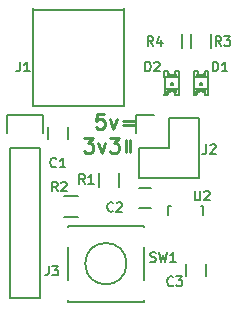
<source format=gto>
G04 #@! TF.FileFunction,Legend,Top*
%FSLAX46Y46*%
G04 Gerber Fmt 4.6, Leading zero omitted, Abs format (unit mm)*
G04 Created by KiCad (PCBNEW (2015-10-02 BZR 6238, Git 845638f)-product) date 05/10/2015 16:09:44*
%MOMM*%
G01*
G04 APERTURE LIST*
%ADD10C,0.100000*%
%ADD11C,0.254000*%
%ADD12C,0.150000*%
%ADD13C,0.177800*%
G04 APERTURE END LIST*
D10*
D11*
X93245214Y-83351309D02*
X93245214Y-82383690D01*
X92882357Y-82383690D02*
X92882357Y-83351309D01*
X91028762Y-80140024D02*
X90424000Y-80140024D01*
X90363524Y-80744786D01*
X90424000Y-80684310D01*
X90544952Y-80623833D01*
X90847333Y-80623833D01*
X90968286Y-80684310D01*
X91028762Y-80744786D01*
X91089238Y-80865738D01*
X91089238Y-81168119D01*
X91028762Y-81289071D01*
X90968286Y-81349548D01*
X90847333Y-81410024D01*
X90544952Y-81410024D01*
X90424000Y-81349548D01*
X90363524Y-81289071D01*
X91512572Y-80563357D02*
X91814953Y-81410024D01*
X92117333Y-80563357D01*
X92601143Y-80744786D02*
X93568762Y-80744786D01*
X93568762Y-81107643D02*
X92601143Y-81107643D01*
X89335429Y-82172024D02*
X90121619Y-82172024D01*
X89698286Y-82655833D01*
X89879714Y-82655833D01*
X90000667Y-82716310D01*
X90061143Y-82776786D01*
X90121619Y-82897738D01*
X90121619Y-83200119D01*
X90061143Y-83321071D01*
X90000667Y-83381548D01*
X89879714Y-83442024D01*
X89516857Y-83442024D01*
X89395905Y-83381548D01*
X89335429Y-83321071D01*
X90544953Y-82595357D02*
X90847334Y-83442024D01*
X91149714Y-82595357D01*
X91512572Y-82172024D02*
X92298762Y-82172024D01*
X91875429Y-82655833D01*
X92056857Y-82655833D01*
X92177810Y-82716310D01*
X92238286Y-82776786D01*
X92298762Y-82897738D01*
X92298762Y-83200119D01*
X92238286Y-83321071D01*
X92177810Y-83381548D01*
X92056857Y-83442024D01*
X91694000Y-83442024D01*
X91573048Y-83381548D01*
X91512572Y-83321071D01*
D12*
X97649000Y-73377500D02*
X97649000Y-74577500D01*
X100125500Y-73377500D02*
X100125500Y-74577500D01*
X98375500Y-74577500D02*
X98375500Y-73377500D01*
X92750640Y-71330820D02*
X85049360Y-71330820D01*
X85049360Y-71230000D02*
X85049360Y-79529940D01*
X85049360Y-79529940D02*
X92750640Y-79529940D01*
X92750640Y-79529940D02*
X92750640Y-71230000D01*
X86272000Y-81288000D02*
X86272000Y-82288000D01*
X87972000Y-82288000D02*
X87972000Y-81288000D01*
X93988000Y-88099000D02*
X94988000Y-88099000D01*
X94988000Y-86399000D02*
X93988000Y-86399000D01*
X99656000Y-93845000D02*
X99656000Y-92845000D01*
X97956000Y-92845000D02*
X97956000Y-93845000D01*
X93700000Y-81788000D02*
X93700000Y-80238000D01*
X95250000Y-80238000D02*
X93700000Y-80238000D01*
X93980000Y-83058000D02*
X96520000Y-83058000D01*
X96520000Y-83058000D02*
X96520000Y-80518000D01*
X96520000Y-80518000D02*
X99060000Y-80518000D01*
X99060000Y-80518000D02*
X99060000Y-85598000D01*
X99060000Y-85598000D02*
X93980000Y-85598000D01*
X93980000Y-85598000D02*
X93980000Y-83058000D01*
X85598000Y-83058000D02*
X85598000Y-95758000D01*
X85598000Y-95758000D02*
X83058000Y-95758000D01*
X83058000Y-95758000D02*
X83058000Y-83058000D01*
X85878000Y-80238000D02*
X85878000Y-81788000D01*
X85598000Y-83058000D02*
X83058000Y-83058000D01*
X82778000Y-81788000D02*
X82778000Y-80238000D01*
X82778000Y-80238000D02*
X85878000Y-80238000D01*
X99550220Y-78031340D02*
X99875340Y-78031340D01*
X99875340Y-78031340D02*
X99875340Y-78531720D01*
X99550220Y-78531720D02*
X99875340Y-78531720D01*
X99550220Y-78031340D02*
X99550220Y-78531720D01*
X98927920Y-78031340D02*
X99077780Y-78031340D01*
X99077780Y-78031340D02*
X99077780Y-78282800D01*
X98927920Y-78282800D02*
X99077780Y-78282800D01*
X98927920Y-78031340D02*
X98927920Y-78282800D01*
X99423220Y-78031340D02*
X99573080Y-78031340D01*
X99573080Y-78031340D02*
X99573080Y-78282800D01*
X99423220Y-78282800D02*
X99573080Y-78282800D01*
X99423220Y-78031340D02*
X99423220Y-78282800D01*
X99052380Y-78031340D02*
X99448620Y-78031340D01*
X99448620Y-78031340D02*
X99448620Y-78206600D01*
X99052380Y-78206600D02*
X99448620Y-78206600D01*
X99052380Y-78031340D02*
X99052380Y-78206600D01*
X99550220Y-76535280D02*
X99875340Y-76535280D01*
X99875340Y-76535280D02*
X99875340Y-77035660D01*
X99550220Y-77035660D02*
X99875340Y-77035660D01*
X99550220Y-76535280D02*
X99550220Y-77035660D01*
X98625660Y-76535280D02*
X98950780Y-76535280D01*
X98950780Y-76535280D02*
X98950780Y-77035660D01*
X98625660Y-77035660D02*
X98950780Y-77035660D01*
X98625660Y-76535280D02*
X98625660Y-77035660D01*
X99423220Y-76784200D02*
X99573080Y-76784200D01*
X99573080Y-76784200D02*
X99573080Y-77035660D01*
X99423220Y-77035660D02*
X99573080Y-77035660D01*
X99423220Y-76784200D02*
X99423220Y-77035660D01*
X98927920Y-76784200D02*
X99077780Y-76784200D01*
X99077780Y-76784200D02*
X99077780Y-77035660D01*
X98927920Y-77035660D02*
X99077780Y-77035660D01*
X98927920Y-76784200D02*
X98927920Y-77035660D01*
X99052380Y-76860400D02*
X99448620Y-76860400D01*
X99448620Y-76860400D02*
X99448620Y-77035660D01*
X99052380Y-77035660D02*
X99448620Y-77035660D01*
X99052380Y-76860400D02*
X99052380Y-77035660D01*
X99151440Y-77533500D02*
X99349560Y-77533500D01*
X99349560Y-77533500D02*
X99349560Y-77731620D01*
X99151440Y-77731620D02*
X99349560Y-77731620D01*
X99151440Y-77533500D02*
X99151440Y-77731620D01*
X98651060Y-78031340D02*
X98950780Y-78031340D01*
X98950780Y-78031340D02*
X98950780Y-78331060D01*
X98651060Y-78331060D02*
X98950780Y-78331060D01*
X98651060Y-78031340D02*
X98651060Y-78331060D01*
X98625660Y-78458060D02*
X98851720Y-78458060D01*
X98851720Y-78458060D02*
X98851720Y-78531720D01*
X98625660Y-78531720D02*
X98851720Y-78531720D01*
X98625660Y-78458060D02*
X98625660Y-78531720D01*
X99824540Y-78056740D02*
X99824540Y-77010260D01*
X98676460Y-77035660D02*
X98676460Y-78458060D01*
X98872762Y-78381860D02*
G75*
G03X98872762Y-78381860I-71842J0D01*
G01*
X98902520Y-78531720D02*
G75*
G02X99598480Y-78531720I347980J0D01*
G01*
X99598480Y-76535280D02*
G75*
G02X98902520Y-76535280I-347980J0D01*
G01*
X97073720Y-78031340D02*
X97398840Y-78031340D01*
X97398840Y-78031340D02*
X97398840Y-78531720D01*
X97073720Y-78531720D02*
X97398840Y-78531720D01*
X97073720Y-78031340D02*
X97073720Y-78531720D01*
X96451420Y-78031340D02*
X96601280Y-78031340D01*
X96601280Y-78031340D02*
X96601280Y-78282800D01*
X96451420Y-78282800D02*
X96601280Y-78282800D01*
X96451420Y-78031340D02*
X96451420Y-78282800D01*
X96946720Y-78031340D02*
X97096580Y-78031340D01*
X97096580Y-78031340D02*
X97096580Y-78282800D01*
X96946720Y-78282800D02*
X97096580Y-78282800D01*
X96946720Y-78031340D02*
X96946720Y-78282800D01*
X96575880Y-78031340D02*
X96972120Y-78031340D01*
X96972120Y-78031340D02*
X96972120Y-78206600D01*
X96575880Y-78206600D02*
X96972120Y-78206600D01*
X96575880Y-78031340D02*
X96575880Y-78206600D01*
X97073720Y-76535280D02*
X97398840Y-76535280D01*
X97398840Y-76535280D02*
X97398840Y-77035660D01*
X97073720Y-77035660D02*
X97398840Y-77035660D01*
X97073720Y-76535280D02*
X97073720Y-77035660D01*
X96149160Y-76535280D02*
X96474280Y-76535280D01*
X96474280Y-76535280D02*
X96474280Y-77035660D01*
X96149160Y-77035660D02*
X96474280Y-77035660D01*
X96149160Y-76535280D02*
X96149160Y-77035660D01*
X96946720Y-76784200D02*
X97096580Y-76784200D01*
X97096580Y-76784200D02*
X97096580Y-77035660D01*
X96946720Y-77035660D02*
X97096580Y-77035660D01*
X96946720Y-76784200D02*
X96946720Y-77035660D01*
X96451420Y-76784200D02*
X96601280Y-76784200D01*
X96601280Y-76784200D02*
X96601280Y-77035660D01*
X96451420Y-77035660D02*
X96601280Y-77035660D01*
X96451420Y-76784200D02*
X96451420Y-77035660D01*
X96575880Y-76860400D02*
X96972120Y-76860400D01*
X96972120Y-76860400D02*
X96972120Y-77035660D01*
X96575880Y-77035660D02*
X96972120Y-77035660D01*
X96575880Y-76860400D02*
X96575880Y-77035660D01*
X96674940Y-77533500D02*
X96873060Y-77533500D01*
X96873060Y-77533500D02*
X96873060Y-77731620D01*
X96674940Y-77731620D02*
X96873060Y-77731620D01*
X96674940Y-77533500D02*
X96674940Y-77731620D01*
X96174560Y-78031340D02*
X96474280Y-78031340D01*
X96474280Y-78031340D02*
X96474280Y-78331060D01*
X96174560Y-78331060D02*
X96474280Y-78331060D01*
X96174560Y-78031340D02*
X96174560Y-78331060D01*
X96149160Y-78458060D02*
X96375220Y-78458060D01*
X96375220Y-78458060D02*
X96375220Y-78531720D01*
X96149160Y-78531720D02*
X96375220Y-78531720D01*
X96149160Y-78458060D02*
X96149160Y-78531720D01*
X97348040Y-78056740D02*
X97348040Y-77010260D01*
X96199960Y-77035660D02*
X96199960Y-78458060D01*
X96396262Y-78381860D02*
G75*
G03X96396262Y-78381860I-71842J0D01*
G01*
X96426020Y-78531720D02*
G75*
G02X97121980Y-78531720I347980J0D01*
G01*
X97121980Y-76535280D02*
G75*
G02X96426020Y-76535280I-347980J0D01*
G01*
X92936714Y-92837000D02*
G75*
G03X92936714Y-92837000I-1750714J0D01*
G01*
X87961000Y-96062000D02*
X87961000Y-95937000D01*
X87961000Y-89612000D02*
X87961000Y-89737000D01*
X94411000Y-89612000D02*
X94411000Y-89737000D01*
X94411000Y-95937000D02*
X94411000Y-96062000D01*
X87961000Y-94237000D02*
X87961000Y-91437000D01*
X94411000Y-96062000D02*
X87961000Y-96062000D01*
X94411000Y-94237000D02*
X94411000Y-91437000D01*
X94411000Y-89612000D02*
X87961000Y-89612000D01*
X96417180Y-88696800D02*
X96417180Y-87995760D01*
X96417180Y-87995760D02*
X96666100Y-87995760D01*
X99216160Y-87995760D02*
X99416820Y-87995760D01*
X99416820Y-87995760D02*
X99416820Y-88696800D01*
X88865000Y-88886000D02*
X87665000Y-88886000D01*
X87665000Y-87136000D02*
X88865000Y-87136000D01*
X92315000Y-85125000D02*
X92315000Y-86325000D01*
X90565000Y-86325000D02*
X90565000Y-85125000D01*
D13*
X95178034Y-74408695D02*
X94907101Y-74021648D01*
X94713577Y-74408695D02*
X94713577Y-73595895D01*
X95023215Y-73595895D01*
X95100624Y-73634600D01*
X95139329Y-73673305D01*
X95178034Y-73750714D01*
X95178034Y-73866829D01*
X95139329Y-73944238D01*
X95100624Y-73982943D01*
X95023215Y-74021648D01*
X94713577Y-74021648D01*
X95874720Y-73866829D02*
X95874720Y-74408695D01*
X95681196Y-73557190D02*
X95487672Y-74137762D01*
X95990834Y-74137762D01*
X100956534Y-74408695D02*
X100685601Y-74021648D01*
X100492077Y-74408695D02*
X100492077Y-73595895D01*
X100801715Y-73595895D01*
X100879124Y-73634600D01*
X100917829Y-73673305D01*
X100956534Y-73750714D01*
X100956534Y-73866829D01*
X100917829Y-73944238D01*
X100879124Y-73982943D01*
X100801715Y-74021648D01*
X100492077Y-74021648D01*
X101227467Y-73595895D02*
X101730629Y-73595895D01*
X101459696Y-73905533D01*
X101575810Y-73905533D01*
X101653220Y-73944238D01*
X101691924Y-73982943D01*
X101730629Y-74060352D01*
X101730629Y-74253876D01*
X101691924Y-74331286D01*
X101653220Y-74369990D01*
X101575810Y-74408695D01*
X101343582Y-74408695D01*
X101266172Y-74369990D01*
X101227467Y-74331286D01*
X83930067Y-75754895D02*
X83930067Y-76335467D01*
X83891363Y-76451581D01*
X83813953Y-76528990D01*
X83697839Y-76567695D01*
X83620429Y-76567695D01*
X84742867Y-76567695D02*
X84278410Y-76567695D01*
X84510639Y-76567695D02*
X84510639Y-75754895D01*
X84433229Y-75871010D01*
X84355820Y-75948419D01*
X84278410Y-75987124D01*
X86986534Y-84618286D02*
X86947829Y-84656990D01*
X86831715Y-84695695D01*
X86754305Y-84695695D01*
X86638191Y-84656990D01*
X86560782Y-84579581D01*
X86522077Y-84502171D01*
X86483372Y-84347352D01*
X86483372Y-84231238D01*
X86522077Y-84076419D01*
X86560782Y-83999010D01*
X86638191Y-83921600D01*
X86754305Y-83882895D01*
X86831715Y-83882895D01*
X86947829Y-83921600D01*
X86986534Y-83960305D01*
X87760629Y-84695695D02*
X87296172Y-84695695D01*
X87528401Y-84695695D02*
X87528401Y-83882895D01*
X87450991Y-83999010D01*
X87373582Y-84076419D01*
X87296172Y-84115124D01*
X91812534Y-88364786D02*
X91773829Y-88403490D01*
X91657715Y-88442195D01*
X91580305Y-88442195D01*
X91464191Y-88403490D01*
X91386782Y-88326081D01*
X91348077Y-88248671D01*
X91309372Y-88093852D01*
X91309372Y-87977738D01*
X91348077Y-87822919D01*
X91386782Y-87745510D01*
X91464191Y-87668100D01*
X91580305Y-87629395D01*
X91657715Y-87629395D01*
X91773829Y-87668100D01*
X91812534Y-87706805D01*
X92122172Y-87706805D02*
X92160877Y-87668100D01*
X92238286Y-87629395D01*
X92431810Y-87629395D01*
X92509220Y-87668100D01*
X92547924Y-87706805D01*
X92586629Y-87784214D01*
X92586629Y-87861624D01*
X92547924Y-87977738D01*
X92083467Y-88442195D01*
X92586629Y-88442195D01*
X96892534Y-94651286D02*
X96853829Y-94689990D01*
X96737715Y-94728695D01*
X96660305Y-94728695D01*
X96544191Y-94689990D01*
X96466782Y-94612581D01*
X96428077Y-94535171D01*
X96389372Y-94380352D01*
X96389372Y-94264238D01*
X96428077Y-94109419D01*
X96466782Y-94032010D01*
X96544191Y-93954600D01*
X96660305Y-93915895D01*
X96737715Y-93915895D01*
X96853829Y-93954600D01*
X96892534Y-93993305D01*
X97163467Y-93915895D02*
X97666629Y-93915895D01*
X97395696Y-94225533D01*
X97511810Y-94225533D01*
X97589220Y-94264238D01*
X97627924Y-94302943D01*
X97666629Y-94380352D01*
X97666629Y-94573876D01*
X97627924Y-94651286D01*
X97589220Y-94689990D01*
X97511810Y-94728695D01*
X97279582Y-94728695D01*
X97202172Y-94689990D01*
X97163467Y-94651286D01*
X99678067Y-82739895D02*
X99678067Y-83320467D01*
X99639363Y-83436581D01*
X99561953Y-83513990D01*
X99445839Y-83552695D01*
X99368429Y-83552695D01*
X100026410Y-82817305D02*
X100065115Y-82778600D01*
X100142524Y-82739895D01*
X100336048Y-82739895D01*
X100413458Y-82778600D01*
X100452162Y-82817305D01*
X100490867Y-82894714D01*
X100490867Y-82972124D01*
X100452162Y-83088238D01*
X99987705Y-83552695D01*
X100490867Y-83552695D01*
X86343067Y-93026895D02*
X86343067Y-93607467D01*
X86304363Y-93723581D01*
X86226953Y-93800990D01*
X86110839Y-93839695D01*
X86033429Y-93839695D01*
X86652705Y-93026895D02*
X87155867Y-93026895D01*
X86884934Y-93336533D01*
X87001048Y-93336533D01*
X87078458Y-93375238D01*
X87117162Y-93413943D01*
X87155867Y-93491352D01*
X87155867Y-93684876D01*
X87117162Y-93762286D01*
X87078458Y-93800990D01*
X87001048Y-93839695D01*
X86768820Y-93839695D01*
X86691410Y-93800990D01*
X86652705Y-93762286D01*
X100238077Y-76567695D02*
X100238077Y-75754895D01*
X100431601Y-75754895D01*
X100547715Y-75793600D01*
X100625124Y-75871010D01*
X100663829Y-75948419D01*
X100702534Y-76103238D01*
X100702534Y-76219352D01*
X100663829Y-76374171D01*
X100625124Y-76451581D01*
X100547715Y-76528990D01*
X100431601Y-76567695D01*
X100238077Y-76567695D01*
X101476629Y-76567695D02*
X101012172Y-76567695D01*
X101244401Y-76567695D02*
X101244401Y-75754895D01*
X101166991Y-75871010D01*
X101089582Y-75948419D01*
X101012172Y-75987124D01*
X94523077Y-76567695D02*
X94523077Y-75754895D01*
X94716601Y-75754895D01*
X94832715Y-75793600D01*
X94910124Y-75871010D01*
X94948829Y-75948419D01*
X94987534Y-76103238D01*
X94987534Y-76219352D01*
X94948829Y-76374171D01*
X94910124Y-76451581D01*
X94832715Y-76528990D01*
X94716601Y-76567695D01*
X94523077Y-76567695D01*
X95297172Y-75832305D02*
X95335877Y-75793600D01*
X95413286Y-75754895D01*
X95606810Y-75754895D01*
X95684220Y-75793600D01*
X95722924Y-75832305D01*
X95761629Y-75909714D01*
X95761629Y-75987124D01*
X95722924Y-76103238D01*
X95258467Y-76567695D01*
X95761629Y-76567695D01*
X94928267Y-92657990D02*
X95044381Y-92696695D01*
X95237905Y-92696695D01*
X95315315Y-92657990D01*
X95354019Y-92619286D01*
X95392724Y-92541876D01*
X95392724Y-92464467D01*
X95354019Y-92387057D01*
X95315315Y-92348352D01*
X95237905Y-92309648D01*
X95083086Y-92270943D01*
X95005677Y-92232238D01*
X94966972Y-92193533D01*
X94928267Y-92116124D01*
X94928267Y-92038714D01*
X94966972Y-91961305D01*
X95005677Y-91922600D01*
X95083086Y-91883895D01*
X95276610Y-91883895D01*
X95392724Y-91922600D01*
X95663657Y-91883895D02*
X95857181Y-92696695D01*
X96012000Y-92116124D01*
X96166819Y-92696695D01*
X96360343Y-91883895D01*
X97095733Y-92696695D02*
X96631276Y-92696695D01*
X96863505Y-92696695D02*
X96863505Y-91883895D01*
X96786095Y-92000010D01*
X96708686Y-92077419D01*
X96631276Y-92116124D01*
X98694724Y-86676895D02*
X98694724Y-87334876D01*
X98733429Y-87412286D01*
X98772133Y-87450990D01*
X98849543Y-87489695D01*
X99004362Y-87489695D01*
X99081771Y-87450990D01*
X99120476Y-87412286D01*
X99159181Y-87334876D01*
X99159181Y-86676895D01*
X99507524Y-86754305D02*
X99546229Y-86715600D01*
X99623638Y-86676895D01*
X99817162Y-86676895D01*
X99894572Y-86715600D01*
X99933276Y-86754305D01*
X99971981Y-86831714D01*
X99971981Y-86909124D01*
X99933276Y-87025238D01*
X99468819Y-87489695D01*
X99971981Y-87489695D01*
X87113534Y-86727695D02*
X86842601Y-86340648D01*
X86649077Y-86727695D02*
X86649077Y-85914895D01*
X86958715Y-85914895D01*
X87036124Y-85953600D01*
X87074829Y-85992305D01*
X87113534Y-86069714D01*
X87113534Y-86185829D01*
X87074829Y-86263238D01*
X87036124Y-86301943D01*
X86958715Y-86340648D01*
X86649077Y-86340648D01*
X87423172Y-85992305D02*
X87461877Y-85953600D01*
X87539286Y-85914895D01*
X87732810Y-85914895D01*
X87810220Y-85953600D01*
X87848924Y-85992305D01*
X87887629Y-86069714D01*
X87887629Y-86147124D01*
X87848924Y-86263238D01*
X87384467Y-86727695D01*
X87887629Y-86727695D01*
X89399534Y-86092695D02*
X89128601Y-85705648D01*
X88935077Y-86092695D02*
X88935077Y-85279895D01*
X89244715Y-85279895D01*
X89322124Y-85318600D01*
X89360829Y-85357305D01*
X89399534Y-85434714D01*
X89399534Y-85550829D01*
X89360829Y-85628238D01*
X89322124Y-85666943D01*
X89244715Y-85705648D01*
X88935077Y-85705648D01*
X90173629Y-86092695D02*
X89709172Y-86092695D01*
X89941401Y-86092695D02*
X89941401Y-85279895D01*
X89863991Y-85396010D01*
X89786582Y-85473419D01*
X89709172Y-85512124D01*
M02*

</source>
